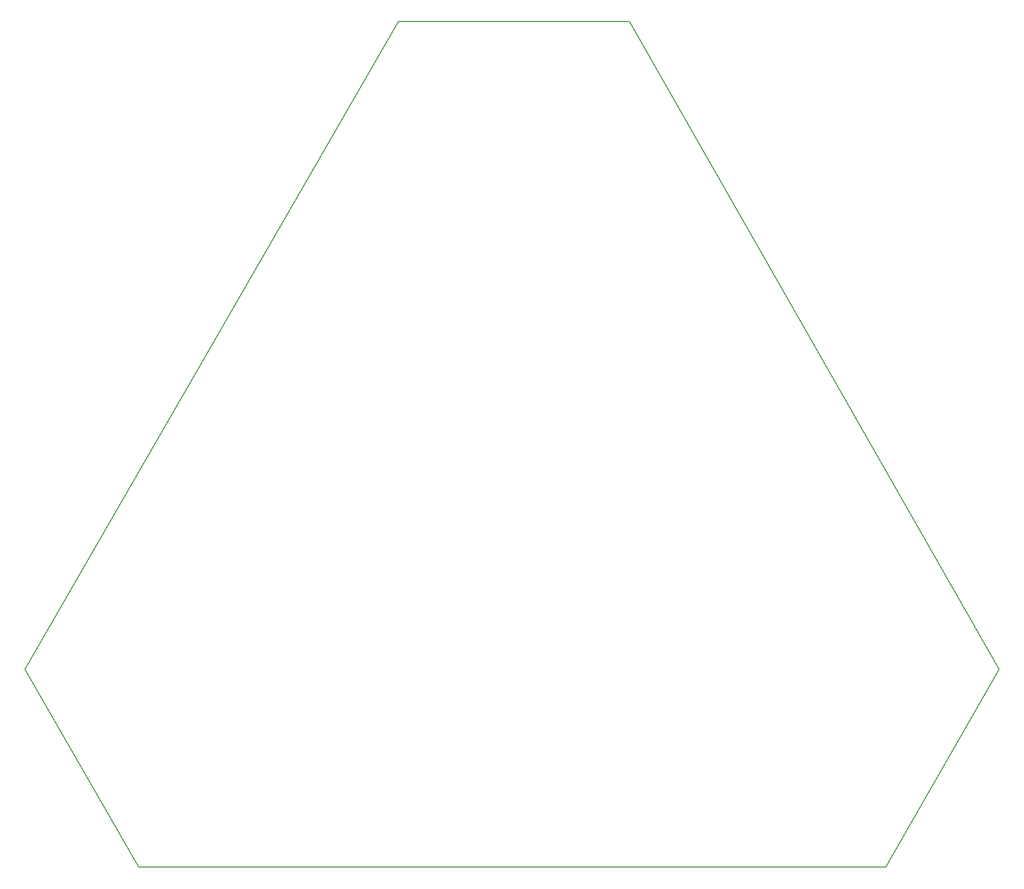
<source format=gbr>
%TF.GenerationSoftware,KiCad,Pcbnew,(5.1.6)-1*%
%TF.CreationDate,2023-02-05T17:49:42+01:00*%
%TF.ProjectId,RobotHolo,526f626f-7448-46f6-9c6f-2e6b69636164,rev?*%
%TF.SameCoordinates,Original*%
%TF.FileFunction,Profile,NP*%
%FSLAX46Y46*%
G04 Gerber Fmt 4.6, Leading zero omitted, Abs format (unit mm)*
G04 Created by KiCad (PCBNEW (5.1.6)-1) date 2023-02-05 17:49:42*
%MOMM*%
%LPD*%
G01*
G04 APERTURE LIST*
%TA.AperFunction,Profile*%
%ADD10C,0.200000*%
%TD*%
G04 APERTURE END LIST*
D10*
X183515000Y-135890000D02*
X119380000Y-23495000D01*
X163830000Y-170180000D02*
X183515000Y-135890000D01*
X34290000Y-170180000D02*
X163830000Y-170180000D01*
X14605000Y-135890000D02*
X34290000Y-170180000D01*
X79375000Y-23495000D02*
X14605000Y-135890000D01*
X79375000Y-23495000D02*
X119380000Y-23495000D01*
M02*

</source>
